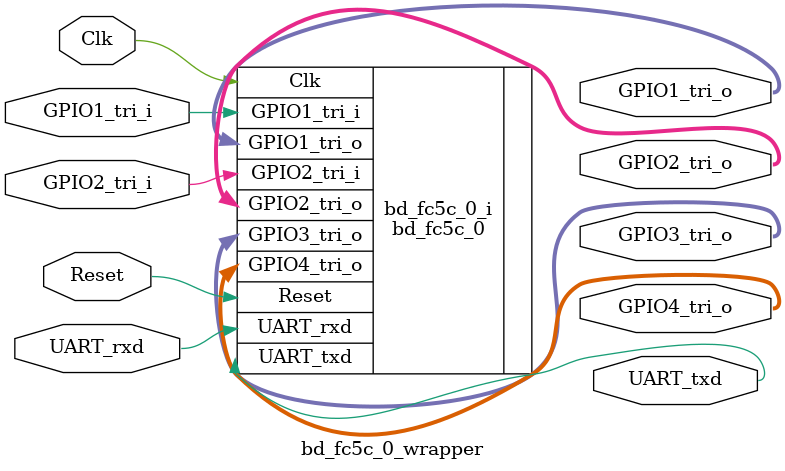
<source format=v>
`timescale 1 ps / 1 ps

module bd_fc5c_0_wrapper
   (Clk,
    GPIO1_tri_i,
    GPIO1_tri_o,
    GPIO2_tri_i,
    GPIO2_tri_o,
    GPIO3_tri_o,
    GPIO4_tri_o,
    Reset,
    UART_rxd,
    UART_txd);
  input Clk;
  input [0:0]GPIO1_tri_i;
  output [8:0]GPIO1_tri_o;
  input [0:0]GPIO2_tri_i;
  output [15:0]GPIO2_tri_o;
  output [3:0]GPIO3_tri_o;
  output [11:0]GPIO4_tri_o;
  input Reset;
  input UART_rxd;
  output UART_txd;

  wire Clk;
  wire [0:0]GPIO1_tri_i;
  wire [8:0]GPIO1_tri_o;
  wire [0:0]GPIO2_tri_i;
  wire [15:0]GPIO2_tri_o;
  wire [3:0]GPIO3_tri_o;
  wire [11:0]GPIO4_tri_o;
  wire Reset;
  wire UART_rxd;
  wire UART_txd;

  bd_fc5c_0 bd_fc5c_0_i
       (.Clk(Clk),
        .GPIO1_tri_i(GPIO1_tri_i),
        .GPIO1_tri_o(GPIO1_tri_o),
        .GPIO2_tri_i(GPIO2_tri_i),
        .GPIO2_tri_o(GPIO2_tri_o),
        .GPIO3_tri_o(GPIO3_tri_o),
        .GPIO4_tri_o(GPIO4_tri_o),
        .Reset(Reset),
        .UART_rxd(UART_rxd),
        .UART_txd(UART_txd));
endmodule

</source>
